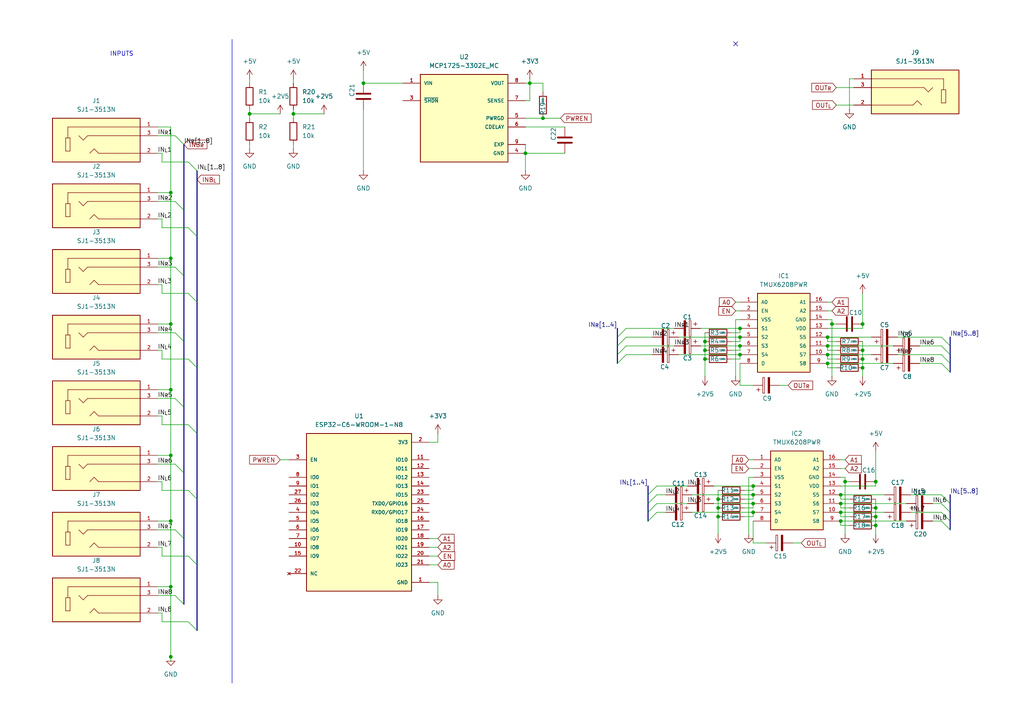
<source format=kicad_sch>
(kicad_sch (version 20250114) (generator "eeschema") (generator_version "9.0")
  (paper "A4")
  (text "INPUTS" (at 35.306 15.748 0) (effects (font (size 1.27 1.27))))
  (junction (at 243.84 146.05))
  (junction (at 218.44 148.59))
  (junction (at 243.84 148.59))
  (junction (at 157.48 34.29))
  (junction (at 72.39 33.02))
  (junction (at 240.03 105.41))
  (junction (at 208.28 144.78))
  (junction (at 214.63 97.79))
  (junction (at 152.4 44.45))
  (junction (at 204.47 99.06))
  (junction (at 49.53 93.98))
  (junction (at 49.53 113.03))
  (junction (at 214.63 95.25))
  (junction (at 240.03 97.79))
  (junction (at 254 147.32))
  (junction (at 250.19 106.68))
  (junction (at 245.11 139.7))
  (junction (at 49.53 190.5))
  (junction (at 243.84 151.13))
  (junction (at 49.53 132.08))
  (junction (at 241.3 93.98))
  (junction (at 49.53 55.88))
  (junction (at 250.19 93.98))
  (junction (at 85.09 33.02))
  (junction (at 214.63 102.87))
  (junction (at 240.03 102.87))
  (junction (at 254 139.7))
  (junction (at 218.44 143.51))
  (junction (at 49.53 170.18))
  (junction (at 153.67 24.13))
  (junction (at 105.41 24.13))
  (junction (at 254 152.4))
  (junction (at 204.47 104.14))
  (junction (at 49.53 74.93))
  (junction (at 243.84 143.51))
  (junction (at 214.63 100.33))
  (junction (at 250.19 104.14))
  (junction (at 218.44 146.05))
  (junction (at 204.47 101.6))
  (junction (at 49.53 151.13))
  (junction (at 250.19 101.6))
  (junction (at 240.03 100.33))
  (junction (at 218.44 140.97))
  (junction (at 208.28 147.32))
  (junction (at 208.28 149.86))
  (junction (at 254 149.86))
  (no_connect (at 213.36 12.7))
  (bus_entry (at 275.59 102.87) (size -2.54 -2.54))
  (bus_entry (at 275.59 151.13) (size -2.54 -2.54))
  (bus_entry (at 57.15 163.83) (size -2.54 -2.54))
  (bus_entry (at 53.34 41.91) (size -2.54 -2.54))
  (bus_entry (at 275.59 146.05) (size -2.54 -2.54))
  (bus_entry (at 187.96 143.51) (size 2.54 -2.54))
  (bus_entry (at 57.15 87.63) (size -2.54 -2.54))
  (bus_entry (at 187.96 146.05) (size 2.54 -2.54))
  (bus_entry (at 53.34 99.06) (size -2.54 -2.54))
  (bus_entry (at 57.15 125.73) (size -2.54 -2.54))
  (bus_entry (at 275.59 107.95) (size -2.54 -2.54))
  (bus_entry (at 179.07 102.87) (size 2.54 -2.54))
  (bus_entry (at 187.96 148.59) (size 2.54 -2.54))
  (bus_entry (at 275.59 100.33) (size -2.54 -2.54))
  (bus_entry (at 179.07 105.41) (size 2.54 -2.54))
  (bus_entry (at 53.34 137.16) (size -2.54 -2.54))
  (bus_entry (at 57.15 106.68) (size -2.54 -2.54))
  (bus_entry (at 57.15 144.78) (size -2.54 -2.54))
  (bus_entry (at 53.34 156.21) (size -2.54 -2.54))
  (bus_entry (at 53.34 80.01) (size -2.54 -2.54))
  (bus_entry (at 53.34 118.11) (size -2.54 -2.54))
  (bus_entry (at 53.34 60.96) (size -2.54 -2.54))
  (bus_entry (at 57.15 49.53) (size -2.54 -2.54))
  (bus_entry (at 57.15 68.58) (size -2.54 -2.54))
  (bus_entry (at 57.15 182.88) (size -2.54 -2.54))
  (bus_entry (at 275.59 105.41) (size -2.54 -2.54))
  (bus_entry (at 187.96 151.13) (size 2.54 -2.54))
  (bus_entry (at 179.07 97.79) (size 2.54 -2.54))
  (bus_entry (at 53.34 175.26) (size -2.54 -2.54))
  (bus_entry (at 275.59 153.67) (size -2.54 -2.54))
  (bus_entry (at 275.59 148.59) (size -2.54 -2.54))
  (bus_entry (at 179.07 100.33) (size 2.54 -2.54))
  (wire (pts (xy 229.87 157.48) (xy 232.41 157.48)))
  (wire (pts (xy 243.84 151.13) (xy 262.89 151.13)))
  (wire (pts (xy 242.57 106.68) (xy 240.03 106.68)))
  (bus (pts (xy 187.96 148.59) (xy 187.96 151.13)))
  (wire (pts (xy 203.2 95.25) (xy 214.63 95.25)))
  (wire (pts (xy 49.53 151.13) (xy 49.53 170.18)))
  (wire (pts (xy 214.63 104.14) (xy 214.63 102.87)))
  (wire (pts (xy 45.72 101.6) (xy 46.99 101.6)))
  (wire (pts (xy 127 128.27) (xy 127 125.73)))
  (wire (pts (xy 49.53 190.5) (xy 49.53 191.77)))
  (wire (pts (xy 243.84 152.4) (xy 243.84 151.13)))
  (wire (pts (xy 45.72 113.03) (xy 49.53 113.03)))
  (wire (pts (xy 45.72 74.93) (xy 49.53 74.93)))
  (wire (pts (xy 266.7 105.41) (xy 273.05 105.41)))
  (wire (pts (xy 264.16 143.51) (xy 273.05 143.51)))
  (wire (pts (xy 46.99 46.99) (xy 54.61 46.99)))
  (wire (pts (xy 217.17 135.89) (xy 218.44 135.89)))
  (wire (pts (xy 105.41 31.75) (xy 105.41 49.53)))
  (wire (pts (xy 246.38 149.86) (xy 243.84 149.86)))
  (wire (pts (xy 212.09 101.6) (xy 214.63 101.6)))
  (wire (pts (xy 218.44 149.86) (xy 218.44 148.59)))
  (wire (pts (xy 243.84 144.78) (xy 243.84 143.51)))
  (wire (pts (xy 49.53 36.83) (xy 49.53 55.88)))
  (wire (pts (xy 46.99 158.75) (xy 46.99 161.29)))
  (bus (pts (xy 53.34 137.16) (xy 53.34 156.21)))
  (wire (pts (xy 45.72 132.08) (xy 49.53 132.08)))
  (wire (pts (xy 215.9 149.86) (xy 218.44 149.86)))
  (wire (pts (xy 190.5 143.51) (xy 193.04 143.51)))
  (wire (pts (xy 181.61 97.79) (xy 189.23 97.79)))
  (wire (pts (xy 254 152.4) (xy 254 154.94)))
  (wire (pts (xy 152.4 44.45) (xy 163.83 44.45)))
  (bus (pts (xy 275.59 148.59) (xy 275.59 151.13)))
  (wire (pts (xy 153.67 24.13) (xy 153.67 29.21)))
  (wire (pts (xy 190.5 140.97) (xy 199.39 140.97)))
  (wire (pts (xy 152.4 41.91) (xy 152.4 44.45)))
  (wire (pts (xy 45.72 93.98) (xy 49.53 93.98)))
  (wire (pts (xy 208.28 142.24) (xy 208.28 144.78)))
  (wire (pts (xy 246.38 152.4) (xy 243.84 152.4)))
  (wire (pts (xy 243.84 135.89) (xy 245.11 135.89)))
  (wire (pts (xy 218.44 151.13) (xy 218.44 157.48)))
  (wire (pts (xy 241.3 92.71) (xy 241.3 93.98)))
  (wire (pts (xy 45.72 96.52) (xy 50.8 96.52)))
  (wire (pts (xy 46.99 139.7) (xy 46.99 142.24)))
  (wire (pts (xy 124.46 168.91) (xy 127 168.91)))
  (wire (pts (xy 85.09 31.75) (xy 85.09 33.02)))
  (wire (pts (xy 46.99 104.14) (xy 54.61 104.14)))
  (wire (pts (xy 72.39 33.02) (xy 81.28 33.02)))
  (wire (pts (xy 45.72 82.55) (xy 46.99 82.55)))
  (wire (pts (xy 45.72 134.62) (xy 50.8 134.62)))
  (wire (pts (xy 242.57 25.4) (xy 247.65 25.4)))
  (wire (pts (xy 243.84 147.32) (xy 243.84 146.05)))
  (polyline (pts (xy 67.31 11.43) (xy 67.31 198.12)))
  (wire (pts (xy 260.35 97.79) (xy 273.05 97.79)))
  (wire (pts (xy 190.5 148.59) (xy 193.04 148.59)))
  (wire (pts (xy 247.65 22.86) (xy 246.38 22.86)))
  (wire (pts (xy 218.44 144.78) (xy 218.44 143.51)))
  (bus (pts (xy 179.07 95.25) (xy 179.07 97.79)))
  (bus (pts (xy 53.34 118.11) (xy 53.34 137.16)))
  (wire (pts (xy 218.44 157.48) (xy 222.25 157.48)))
  (wire (pts (xy 49.53 93.98) (xy 49.53 113.03)))
  (wire (pts (xy 72.39 41.91) (xy 72.39 43.18)))
  (wire (pts (xy 45.72 120.65) (xy 46.99 120.65)))
  (wire (pts (xy 270.51 151.13) (xy 273.05 151.13)))
  (wire (pts (xy 243.84 143.51) (xy 256.54 143.51)))
  (wire (pts (xy 46.99 177.8) (xy 46.99 180.34)))
  (wire (pts (xy 270.51 146.05) (xy 273.05 146.05)))
  (bus (pts (xy 53.34 60.96) (xy 53.34 80.01)))
  (wire (pts (xy 49.53 55.88) (xy 49.53 74.93)))
  (wire (pts (xy 157.48 26.67) (xy 157.48 24.13)))
  (wire (pts (xy 250.19 101.6) (xy 250.19 104.14)))
  (bus (pts (xy 187.96 146.05) (xy 187.96 148.59)))
  (wire (pts (xy 250.19 106.68) (xy 250.19 109.22)))
  (wire (pts (xy 214.63 96.52) (xy 214.63 95.25)))
  (bus (pts (xy 179.07 100.33) (xy 179.07 102.87)))
  (bus (pts (xy 53.34 80.01) (xy 53.34 99.06)))
  (wire (pts (xy 254 140.97) (xy 254 139.7)))
  (bus (pts (xy 57.15 49.53) (xy 57.15 68.58)))
  (wire (pts (xy 45.72 158.75) (xy 46.99 158.75)))
  (wire (pts (xy 215.9 144.78) (xy 218.44 144.78)))
  (bus (pts (xy 57.15 125.73) (xy 57.15 144.78)))
  (wire (pts (xy 46.99 142.24) (xy 54.61 142.24)))
  (wire (pts (xy 152.4 44.45) (xy 152.4 49.53)))
  (wire (pts (xy 85.09 22.86) (xy 85.09 24.13)))
  (wire (pts (xy 242.57 104.14) (xy 240.03 104.14)))
  (wire (pts (xy 246.38 147.32) (xy 243.84 147.32)))
  (wire (pts (xy 45.72 36.83) (xy 49.53 36.83)))
  (wire (pts (xy 105.41 24.13) (xy 116.84 24.13)))
  (wire (pts (xy 264.16 148.59) (xy 273.05 148.59)))
  (wire (pts (xy 241.3 93.98) (xy 241.3 109.22)))
  (wire (pts (xy 266.7 100.33) (xy 273.05 100.33)))
  (wire (pts (xy 250.19 85.09) (xy 250.19 93.98)))
  (wire (pts (xy 217.17 138.43) (xy 217.17 154.94)))
  (wire (pts (xy 50.8 39.37) (xy 45.72 39.37)))
  (wire (pts (xy 72.39 33.02) (xy 72.39 34.29)))
  (wire (pts (xy 208.28 149.86) (xy 208.28 154.94)))
  (wire (pts (xy 243.84 148.59) (xy 256.54 148.59)))
  (wire (pts (xy 254 144.78) (xy 254 147.32)))
  (wire (pts (xy 254 130.81) (xy 254 139.7)))
  (wire (pts (xy 212.09 99.06) (xy 214.63 99.06)))
  (wire (pts (xy 152.4 36.83) (xy 163.83 36.83)))
  (wire (pts (xy 46.99 44.45) (xy 46.99 46.99)))
  (wire (pts (xy 243.84 133.35) (xy 245.11 133.35)))
  (wire (pts (xy 226.06 111.76) (xy 228.6 111.76)))
  (wire (pts (xy 254 149.86) (xy 254 152.4)))
  (bus (pts (xy 275.59 100.33) (xy 275.59 102.87)))
  (wire (pts (xy 245.11 139.7) (xy 246.38 139.7)))
  (wire (pts (xy 240.03 102.87) (xy 252.73 102.87)))
  (wire (pts (xy 85.09 41.91) (xy 85.09 43.18)))
  (wire (pts (xy 124.46 161.29) (xy 127 161.29)))
  (wire (pts (xy 153.67 22.86) (xy 153.67 24.13)))
  (wire (pts (xy 214.63 99.06) (xy 214.63 97.79)))
  (wire (pts (xy 49.53 113.03) (xy 49.53 132.08)))
  (wire (pts (xy 45.72 115.57) (xy 50.8 115.57)))
  (bus (pts (xy 179.07 102.87) (xy 179.07 105.41)))
  (wire (pts (xy 245.11 139.7) (xy 245.11 154.94)))
  (wire (pts (xy 250.19 99.06) (xy 250.19 101.6)))
  (wire (pts (xy 245.11 138.43) (xy 245.11 139.7)))
  (wire (pts (xy 46.99 101.6) (xy 46.99 104.14)))
  (wire (pts (xy 127 168.91) (xy 127 172.72)))
  (wire (pts (xy 203.2 100.33) (xy 214.63 100.33)))
  (wire (pts (xy 45.72 55.88) (xy 49.53 55.88)))
  (bus (pts (xy 275.59 146.05) (xy 275.59 148.59)))
  (wire (pts (xy 243.84 146.05) (xy 262.89 146.05)))
  (wire (pts (xy 213.36 87.63) (xy 214.63 87.63)))
  (wire (pts (xy 157.48 24.13) (xy 153.67 24.13)))
  (bus (pts (xy 187.96 140.97) (xy 187.96 143.51)))
  (wire (pts (xy 152.4 34.29) (xy 157.48 34.29)))
  (bus (pts (xy 53.34 99.06) (xy 53.34 118.11)))
  (wire (pts (xy 246.38 22.86) (xy 246.38 31.75)))
  (bus (pts (xy 179.07 97.79) (xy 179.07 100.33)))
  (wire (pts (xy 208.28 144.78) (xy 208.28 147.32)))
  (wire (pts (xy 190.5 146.05) (xy 199.39 146.05)))
  (wire (pts (xy 46.99 120.65) (xy 46.99 123.19)))
  (wire (pts (xy 214.63 92.71) (xy 213.36 92.71)))
  (bus (pts (xy 57.15 87.63) (xy 57.15 106.68)))
  (wire (pts (xy 250.19 104.14) (xy 250.19 106.68)))
  (wire (pts (xy 260.35 102.87) (xy 273.05 102.87)))
  (wire (pts (xy 207.01 140.97) (xy 218.44 140.97)))
  (wire (pts (xy 46.99 123.19) (xy 54.61 123.19)))
  (wire (pts (xy 243.84 140.97) (xy 254 140.97)))
  (wire (pts (xy 81.28 133.35) (xy 83.82 133.35)))
  (wire (pts (xy 204.47 96.52) (xy 204.47 99.06)))
  (wire (pts (xy 85.09 33.02) (xy 93.98 33.02)))
  (bus (pts (xy 57.15 106.68) (xy 57.15 125.73)))
  (wire (pts (xy 46.99 66.04) (xy 54.61 66.04)))
  (wire (pts (xy 85.09 33.02) (xy 85.09 34.29)))
  (wire (pts (xy 196.85 102.87) (xy 214.63 102.87)))
  (wire (pts (xy 208.28 147.32) (xy 208.28 149.86)))
  (wire (pts (xy 105.41 20.32) (xy 105.41 24.13)))
  (wire (pts (xy 214.63 101.6) (xy 214.63 100.33)))
  (wire (pts (xy 50.8 58.42) (xy 45.72 58.42)))
  (wire (pts (xy 204.47 101.6) (xy 204.47 104.14)))
  (wire (pts (xy 204.47 99.06) (xy 204.47 101.6)))
  (bus (pts (xy 57.15 144.78) (xy 57.15 163.83)))
  (wire (pts (xy 157.48 34.29) (xy 162.56 34.29)))
  (wire (pts (xy 207.01 146.05) (xy 218.44 146.05)))
  (wire (pts (xy 240.03 104.14) (xy 240.03 102.87)))
  (wire (pts (xy 200.66 143.51) (xy 218.44 143.51)))
  (wire (pts (xy 153.67 24.13) (xy 152.4 24.13)))
  (wire (pts (xy 218.44 147.32) (xy 218.44 146.05)))
  (wire (pts (xy 213.36 90.17) (xy 214.63 90.17)))
  (wire (pts (xy 124.46 158.75) (xy 127 158.75)))
  (bus (pts (xy 187.96 143.51) (xy 187.96 146.05)))
  (wire (pts (xy 243.84 149.86) (xy 243.84 148.59)))
  (wire (pts (xy 72.39 31.75) (xy 72.39 33.02)))
  (wire (pts (xy 124.46 163.83) (xy 127 163.83)))
  (wire (pts (xy 45.72 77.47) (xy 50.8 77.47)))
  (wire (pts (xy 240.03 100.33) (xy 259.08 100.33)))
  (wire (pts (xy 254 147.32) (xy 254 149.86)))
  (wire (pts (xy 204.47 104.14) (xy 204.47 109.22)))
  (wire (pts (xy 46.99 63.5) (xy 46.99 66.04)))
  (wire (pts (xy 124.46 156.21) (xy 127 156.21)))
  (wire (pts (xy 240.03 95.25) (xy 250.19 95.25)))
  (wire (pts (xy 200.66 148.59) (xy 218.44 148.59)))
  (wire (pts (xy 49.53 132.08) (xy 49.53 151.13)))
  (wire (pts (xy 243.84 138.43) (xy 245.11 138.43)))
  (wire (pts (xy 241.3 93.98) (xy 242.57 93.98)))
  (wire (pts (xy 240.03 87.63) (xy 241.3 87.63)))
  (wire (pts (xy 181.61 102.87) (xy 189.23 102.87)))
  (wire (pts (xy 45.72 139.7) (xy 46.99 139.7)))
  (wire (pts (xy 46.99 180.34) (xy 54.61 180.34)))
  (bus (pts (xy 53.34 41.91) (xy 53.34 60.96)))
  (wire (pts (xy 240.03 97.79) (xy 252.73 97.79)))
  (wire (pts (xy 217.17 133.35) (xy 218.44 133.35)))
  (wire (pts (xy 218.44 138.43) (xy 217.17 138.43)))
  (wire (pts (xy 218.44 142.24) (xy 218.44 140.97)))
  (wire (pts (xy 240.03 99.06) (xy 240.03 97.79)))
  (wire (pts (xy 242.57 99.06) (xy 240.03 99.06)))
  (bus (pts (xy 275.59 105.41) (xy 275.59 107.95)))
  (wire (pts (xy 240.03 92.71) (xy 241.3 92.71)))
  (wire (pts (xy 240.03 106.68) (xy 240.03 105.41)))
  (wire (pts (xy 215.9 142.24) (xy 218.44 142.24)))
  (wire (pts (xy 49.53 170.18) (xy 49.53 190.5)))
  (wire (pts (xy 46.99 44.45) (xy 45.72 44.45)))
  (wire (pts (xy 46.99 85.09) (xy 54.61 85.09)))
  (wire (pts (xy 45.72 177.8) (xy 46.99 177.8)))
  (wire (pts (xy 214.63 105.41) (xy 214.63 111.76)))
  (wire (pts (xy 196.85 97.79) (xy 214.63 97.79)))
  (wire (pts (xy 153.67 29.21) (xy 152.4 29.21)))
  (wire (pts (xy 45.72 170.18) (xy 49.53 170.18)))
  (bus (pts (xy 57.15 163.83) (xy 57.15 182.88)))
  (bus (pts (xy 275.59 97.79) (xy 275.59 100.33)))
  (wire (pts (xy 240.03 101.6) (xy 240.03 100.33)))
  (bus (pts (xy 57.15 68.58) (xy 57.15 87.63)))
  (bus (pts (xy 275.59 102.87) (xy 275.59 105.41)))
  (wire (pts (xy 46.99 161.29) (xy 54.61 161.29)))
  (wire (pts (xy 215.9 147.32) (xy 218.44 147.32)))
  (wire (pts (xy 240.03 105.41) (xy 259.08 105.41)))
  (wire (pts (xy 72.39 22.86) (xy 72.39 24.13)))
  (wire (pts (xy 49.53 74.93) (xy 49.53 93.98)))
  (wire (pts (xy 45.72 63.5) (xy 46.99 63.5)))
  (bus (pts (xy 275.59 143.51) (xy 275.59 146.05)))
  (bus (pts (xy 53.34 156.21) (xy 53.34 175.26)))
  (bus (pts (xy 275.59 151.13) (xy 275.59 153.67)))
  (wire (pts (xy 181.61 100.33) (xy 195.58 100.33)))
  (wire (pts (xy 181.61 95.25) (xy 195.58 95.25)))
  (wire (pts (xy 45.72 151.13) (xy 49.53 151.13)))
  (wire (pts (xy 46.99 82.55) (xy 46.99 85.09)))
  (wire (pts (xy 45.72 153.67) (xy 50.8 153.67)))
  (wire (pts (xy 250.19 95.25) (xy 250.19 93.98)))
  (wire (pts (xy 212.09 96.52) (xy 214.63 96.52)))
  (wire (pts (xy 213.36 92.71) (xy 213.36 109.22)))
  (wire (pts (xy 242.57 30.48) (xy 247.65 30.48)))
  (wire (pts (xy 45.72 172.72) (xy 50.8 172.72)))
  (wire (pts (xy 212.09 104.14) (xy 214.63 104.14)))
  (wire (pts (xy 124.46 128.27) (xy 127 128.27)))
  (wire (pts (xy 240.03 90.17) (xy 241.3 90.17)))
  (wire (pts (xy 214.63 111.76) (xy 218.44 111.76)))
  (wire (pts (xy 246.38 144.78) (xy 243.84 144.78)))
  (wire (pts (xy 242.57 101.6) (xy 240.03 101.6)))
  (label "IN_{L}6" (at 270.51 146.05 0))
  (label "IN_{R}7" (at 260.35 102.87 0))
  (label "IN_{L}8" (at 45.72 177.8 0))
  (label "IN_{L}1" (at 45.72 44.45 0))
  (label "IN_{L}2" (at 193.04 143.51 0))
  (label "IN_{R}6" (at 45.72 134.62 0))
  (label "IN_{R}8" (at 45.72 172.72 0))
  (label "IN_{R}1" (at 195.58 95.25 0))
  (label "IN_{L}4" (at 45.72 101.6 0))
  (label "IN_{R}1" (at 45.72 39.37 0))
  (label "IN_{L}[1..4]" (at 187.96 140.97 180))
  (label "IN_{L}[5..8]" (at 275.59 143.51 0))
  (label "IN_{L}1" (at 199.39 140.97 0))
  (label "IN_{L}8" (at 270.51 151.13 0))
  (label "IN_{L}5" (at 264.16 143.51 0))
  (label "IN_{R}3" (at 45.72 77.47 0))
  (label "IN_{L}3" (at 45.72 82.55 0))
  (label "IN_{L}2" (at 45.72 63.5 0))
  (label "IN_{R}[1..8]" (at 53.34 41.91 0))
  (label "IN_{R}[5..8]" (at 275.59 97.79 0))
  (label "IN_{R}3" (at 195.58 100.33 0))
  (label "IN_{R}[1..4]" (at 179.07 95.25 180))
  (label "IN_{R}7" (at 45.72 153.67 0))
  (label "IN_{R}4" (at 189.23 102.87 0))
  (label "IN_{R}5" (at 260.35 97.79 0))
  (label "IN_{L}[1..8]" (at 57.15 49.53 0))
  (label "IN_{R}5" (at 45.72 115.57 0))
  (label "IN_{L}5" (at 45.72 120.65 0))
  (label "IN_{R}2" (at 189.23 97.79 0))
  (label "IN_{L}3" (at 199.39 146.05 0))
  (label "IN_{R}8" (at 266.7 105.41 0))
  (label "IN_{L}7" (at 264.16 148.59 0))
  (label "IN_{L}4" (at 193.04 148.59 0))
  (label "IN_{R}6" (at 266.7 100.33 0))
  (label "IN_{R}2" (at 45.72 58.42 0))
  (label "IN_{R}4" (at 45.72 96.52 0))
  (label "IN_{L}6" (at 45.72 139.7 0))
  (label "IN_{L}7" (at 45.72 158.75 0))
  (global_label "OUT_{L}" (shape input) (at 232.41 157.48 0) (property "Intersheetrefs" "${INTERSHEET_REFS}" (effects (hide yes))))
  (global_label "A1" (shape input) (at 245.11 133.35 0) (property "Intersheetrefs" "${INTERSHEET_REFS}" (effects (hide yes))))
  (global_label "OUT_{L}" (shape input) (at 242.57 30.48 180) (property "Intersheetrefs" "${INTERSHEET_REFS}" (effects (hide yes))))
  (global_label "A1" (shape input) (at 127 156.21 0) (property "Intersheetrefs" "${INTERSHEET_REFS}" (effects (hide yes))))
  (global_label "A1" (shape input) (at 241.3 87.63 0) (property "Intersheetrefs" "${INTERSHEET_REFS}" (effects (hide yes))))
  (global_label "A0" (shape input) (at 213.36 87.63 180) (property "Intersheetrefs" "${INTERSHEET_REFS}" (effects (hide yes))))
  (global_label "EN" (shape input) (at 217.17 135.89 180) (property "Intersheetrefs" "${INTERSHEET_REFS}" (effects (hide yes))))
  (global_label "A2" (shape input) (at 127 158.75 0) (property "Intersheetrefs" "${INTERSHEET_REFS}" (effects (hide yes))))
  (global_label "A0" (shape input) (at 127 163.83 0) (property "Intersheetrefs" "${INTERSHEET_REFS}" (effects (hide yes))))
  (global_label "EN" (shape input) (at 213.36 90.17 180) (property "Intersheetrefs" "${INTERSHEET_REFS}" (effects (hide yes))))
  (global_label "A2" (shape input) (at 245.11 135.89 0) (property "Intersheetrefs" "${INTERSHEET_REFS}" (effects (hide yes))))
  (global_label "EN" (shape input) (at 127 161.29 0) (property "Intersheetrefs" "${INTERSHEET_REFS}" (effects (hide yes))))
  (global_label "A0" (shape input) (at 217.17 133.35 180) (property "Intersheetrefs" "${INTERSHEET_REFS}" (effects (hide yes))))
  (global_label "INB_{L}" (shape input) (at 57.15 52.07 0) (property "Intersheetrefs" "${INTERSHEET_REFS}" (effects (hide yes))))
  (global_label "OUT_{R}" (shape input) (at 228.6 111.76 0) (property "Intersheetrefs" "${INTERSHEET_REFS}" (effects (hide yes))))
  (global_label "PWREN" (shape input) (at 162.56 34.29 0) (property "Intersheetrefs" "${INTERSHEET_REFS}" (effects (hide yes))))
  (global_label "INB_{R}" (shape input) (at 53.34 41.91 0) (property "Intersheetrefs" "${INTERSHEET_REFS}" (effects (hide yes))))
  (global_label "A2" (shape input) (at 241.3 90.17 0) (property "Intersheetrefs" "${INTERSHEET_REFS}" (effects (hide yes))))
  (global_label "OUT_{R}" (shape input) (at 242.57 25.4 180) (property "Intersheetrefs" "${INTERSHEET_REFS}" (effects (hide yes))))
  (global_label "PWREN" (shape input) (at 81.28 133.35 180) (property "Intersheetrefs" "${INTERSHEET_REFS}" (effects (hide yes))))
  (symbol (lib_id "Device:R") (at 72.39 38.1 0) (unit 1)
    (property "Reference" "R2" (at 74.93 36.8299 0) (effects (justify left)))
    (property "Value" "10k" (at 74.93 39.3699 0) (effects (justify left)))
    (property "Footprint" "Resistor_SMD:R_0805_2012Metric" (effects (hide yes)))
    (property "Description" "Resistor" (effects (hide yes)))
  )
  (symbol (lib_id "Device:C_Polarized") (at 266.7 151.13 90) (unit 1)
    (property "Reference" "C20" (at 266.954 154.94 90))
    (property "Value" "4.7µF" (effects (hide yes)))
    (property "Footprint" "clibs:CAPAE430X565N" (effects (hide yes)))
    (property "Description" "Polarized capacitor" (effects (hide yes)))
  )
  (symbol (lib_id "SJ1-3513N:SJ1-3513N") (at 27.94 172.72 0) (unit 1)
    (property "Reference" "J8" (at 27.94 162.56 0))
    (property "Value" "SJ1-3513N" (at 27.94 165.1 0))
    (property "Footprint" "SJ1-3513N:CUI_SJ1-3513N" (effects (hide yes)))
    (property "MF" "Same Sky" (effects (hide yes)))
    (property "Description_1" "3.5 mm, Stereo, Right Angle, Through Hole, 3 Conductors, 0 Internal Switches, Audio Jack Connector" (effects (hide yes)))
    (property "Package" "None" (effects (hide yes)))
    (property "Price" "None" (effects (hide yes)))
    (property "Check_prices" "https://www.snapeda.com/parts/SJ1-3513N/Same+Sky/view-part/?ref=eda" (effects (hide yes)))
    (property "STANDARD" "Manufacturer recommendation" (effects (hide yes)))
    (property "PARTREV" "1.02" (effects (hide yes)))
    (property "SnapEDA_Link" "https://www.snapeda.com/parts/SJ1-3513N/Same+Sky/view-part/?ref=snap" (effects (hide yes)))
    (property "MP" "SJ1-3513N" (effects (hide yes)))
    (property "Purchase-URL" "https://www.snapeda.com/api/url_track_click_mouser/?unipart_id=617507&manufacturer=Same Sky&part_name=SJ1-3513N&search_term=sj1-3513n" (effects (hide yes)))
    (property "Availability" "In Stock" (effects (hide yes)))
    (property "MANUFACTURER" "CUI" (effects (hide yes)))
  )
  (symbol (lib_id "power:+2V5") (at 81.28 33.02 0) (unit 1)
    (property "Reference" "#PWR04" (effects (hide yes)))
    (property "Value" "+2V5" (at 81.28 27.94 0))
    (property "Description" "Power symbol creates a global label with name \"+2V5\"" (effects (hide yes)))
  )
  (symbol (lib_id "power:+2V5") (at 93.98 33.02 0) (unit 1)
    (property "Reference" "#PWR024" (effects (hide yes)))
    (property "Value" "+2V5" (at 93.98 27.94 0))
    (property "Description" "Power symbol creates a global label with name \"+2V5\"" (effects (hide yes)))
  )
  (symbol (lib_id "Device:R") (at 72.39 27.94 0) (unit 1)
    (property "Reference" "R1" (at 74.93 26.6699 0) (effects (justify left)))
    (property "Value" "10k" (at 74.93 29.2099 0) (effects (justify left)))
    (property "Footprint" "Resistor_SMD:R_0805_2012Metric" (effects (hide yes)))
    (property "Description" "Resistor" (effects (hide yes)))
  )
  (symbol (lib_id "Device:R") (at 212.09 149.86 90) (unit 1)
    (property "Reference" "R14" (at 211.074 149.86 90))
    (property "Value" "100k" (at 213.36 149.86 90) (effects (font (size 0.508 0.508))))
    (property "Footprint" "Resistor_SMD:R_0805_2012Metric" (effects (hide yes)))
    (property "Description" "Resistor" (effects (hide yes)))
  )
  (symbol (lib_id "power:+5V") (at 105.41 20.32 0) (unit 1)
    (property "Reference" "#PWR015" (effects (hide yes)))
    (property "Value" "+5V" (at 105.41 15.24 0))
    (property "Description" "Power symbol creates a global label with name \"+5V\"" (effects (hide yes)))
  )
  (symbol (lib_id "SJ1-3513N:SJ1-3513N") (at 265.43 25.4 0) (mirror y) (unit 1)
    (property "Reference" "J9" (at 265.43 15.24 0))
    (property "Value" "SJ1-3513N" (at 265.43 17.78 0))
    (property "Footprint" "SJ1-3513N:CUI_SJ1-3513N" (effects (hide yes)))
    (property "MF" "Same Sky" (effects (hide yes)))
    (property "Description_1" "3.5 mm, Stereo, Right Angle, Through Hole, 3 Conductors, 0 Internal Switches, Audio Jack Connector" (effects (hide yes)))
    (property "Package" "None" (effects (hide yes)))
    (property "Price" "None" (effects (hide yes)))
    (property "Check_prices" "https://www.snapeda.com/parts/SJ1-3513N/Same+Sky/view-part/?ref=eda" (effects (hide yes)))
    (property "STANDARD" "Manufacturer recommendation" (effects (hide yes)))
    (property "PARTREV" "1.02" (effects (hide yes)))
    (property "SnapEDA_Link" "https://www.snapeda.com/parts/SJ1-3513N/Same+Sky/view-part/?ref=snap" (effects (hide yes)))
    (property "MP" "SJ1-3513N" (effects (hide yes)))
    (property "Purchase-URL" "https://www.snapeda.com/api/url_track_click_mouser/?unipart_id=617507&manufacturer=Same Sky&part_name=SJ1-3513N&search_term=sj1-3513n" (effects (hide yes)))
    (property "Availability" "In Stock" (effects (hide yes)))
    (property "MANUFACTURER" "CUI" (effects (hide yes)))
  )
  (symbol (lib_id "Device:C_Polarized") (at 262.89 100.33 90) (unit 1)
    (property "Reference" "C6" (at 262.89 97.028 90))
    (property "Value" "4.7µF" (effects (hide yes)))
    (property "Footprint" "clibs:CAPAE430X565N" (effects (hide yes)))
    (property "Description" "Polarized capacitor" (effects (hide yes)))
  )
  (symbol (lib_id "Device:R") (at 208.28 101.6 90) (unit 1)
    (property "Reference" "R5" (at 207.264 101.6 90))
    (property "Value" "100k" (at 209.55 101.6 90) (effects (font (size 0.508 0.508))))
    (property "Footprint" "Resistor_SMD:R_0805_2012Metric" (effects (hide yes)))
    (property "Description" "Resistor" (effects (hide yes)))
  )
  (symbol (lib_id "SJ1-3513N:SJ1-3513N") (at 27.94 77.47 0) (unit 1)
    (property "Reference" "J3" (at 27.94 67.31 0))
    (property "Value" "SJ1-3513N" (at 27.94 69.85 0))
    (property "Footprint" "SJ1-3513N:CUI_SJ1-3513N" (effects (hide yes)))
    (property "MF" "Same Sky" (effects (hide yes)))
    (property "Description_1" "3.5 mm, Stereo, Right Angle, Through Hole, 3 Conductors, 0 Internal Switches, Audio Jack Connector" (effects (hide yes)))
    (property "Package" "None" (effects (hide yes)))
    (property "Price" "None" (effects (hide yes)))
    (property "Check_prices" "https://www.snapeda.com/parts/SJ1-3513N/Same+Sky/view-part/?ref=eda" (effects (hide yes)))
    (property "STANDARD" "Manufacturer recommendation" (effects (hide yes)))
    (property "PARTREV" "1.02" (effects (hide yes)))
    (property "SnapEDA_Link" "https://www.snapeda.com/parts/SJ1-3513N/Same+Sky/view-part/?ref=snap" (effects (hide yes)))
    (property "MP" "SJ1-3513N" (effects (hide yes)))
    (property "Purchase-URL" "https://www.snapeda.com/api/url_track_click_mouser/?unipart_id=617507&manufacturer=Same Sky&part_name=SJ1-3513N&search_term=sj1-3513n" (effects (hide yes)))
    (property "Availability" "In Stock" (effects (hide yes)))
    (property "MANUFACTURER" "CUI" (effects (hide yes)))
  )
  (symbol (lib_id "power:GND") (at 246.38 31.75 0) (unit 1)
    (property "Reference" "#PWR021" (effects (hide yes)))
    (property "Value" "GND" (at 246.38 36.83 0))
    (property "Description" "Power symbol creates a global label with name \"GND\" , ground" (effects (hide yes)))
  )
  (symbol (lib_id "Device:C_Polarized") (at 256.54 97.79 90) (unit 1)
    (property "Reference" "C5" (at 256.54 94.234 90))
    (property "Value" "4.7µF" (effects (hide yes)))
    (property "Footprint" "clibs:CAPAE430X565N" (effects (hide yes)))
    (property "Description" "Polarized capacitor" (effects (hide yes)))
  )
  (symbol (lib_id "power:+2V5") (at 250.19 109.22 180) (unit 1)
    (property "Reference" "#PWR08" (effects (hide yes)))
    (property "Value" "+2V5" (at 250.19 114.3 0))
    (property "Description" "Power symbol creates a global label with name \"+2V5\"" (effects (hide yes)))
  )
  (symbol (lib_id "Device:R") (at 246.38 99.06 90) (unit 1)
    (property "Reference" "R7" (at 245.364 99.06 90))
    (property "Value" "100k" (at 247.65 99.06 90) (effects (font (size 0.508 0.508))))
    (property "Footprint" "Resistor_SMD:R_0805_2012Metric" (effects (hide yes)))
    (property "Description" "Resistor" (effects (hide yes)))
  )
  (symbol (lib_id "power:+5V") (at 254 130.81 0) (unit 1)
    (property "Reference" "#PWR013" (effects (hide yes)))
    (property "Value" "+5V" (at 254 125.73 0))
    (property "Description" "Power symbol creates a global label with name \"+5V\"" (effects (hide yes)))
  )
  (symbol (lib_id "SJ1-3513N:SJ1-3513N") (at 27.94 58.42 0) (unit 1)
    (property "Reference" "J2" (at 27.94 48.26 0))
    (property "Value" "SJ1-3513N" (at 27.94 50.8 0))
    (property "Footprint" "SJ1-3513N:CUI_SJ1-3513N" (effects (hide yes)))
    (property "MF" "Same Sky" (effects (hide yes)))
    (property "Description_1" "3.5 mm, Stereo, Right Angle, Through Hole, 3 Conductors, 0 Internal Switches, Audio Jack Connector" (effects (hide yes)))
    (property "Package" "None" (effects (hide yes)))
    (property "Price" "None" (effects (hide yes)))
    (property "Check_prices" "https://www.snapeda.com/parts/SJ1-3513N/Same+Sky/view-part/?ref=eda" (effects (hide yes)))
    (property "STANDARD" "Manufacturer recommendation" (effects (hide yes)))
    (property "PARTREV" "1.02" (effects (hide yes)))
    (property "SnapEDA_Link" "https://www.snapeda.com/parts/SJ1-3513N/Same+Sky/view-part/?ref=snap" (effects (hide yes)))
    (property "MP" "SJ1-3513N" (effects (hide yes)))
    (property "Purchase-URL" "https://www.snapeda.com/api/url_track_click_mouser/?unipart_id=617507&manufacturer=Same Sky&part_name=SJ1-3513N&search_term=sj1-3513n" (effects (hide yes)))
    (property "Availability" "In Stock" (effects (hide yes)))
    (property "MANUFACTURER" "CUI" (effects (hide yes)))
  )
  (symbol (lib_id "Device:C") (at 163.83 40.64 180) (unit 1)
    (property "Reference" "C22" (at 160.528 38.862 90))
    (property "Value" "1000pF" (effects (hide yes)))
    (property "Footprint" "Capacitor_SMD:C_0805_2012Metric" (effects (hide yes)))
    (property "Description" "Unpolarized capacitor" (effects (hide yes)))
  )
  (symbol (lib_id "Device:R") (at 246.38 101.6 90) (unit 1)
    (property "Reference" "R8" (at 245.364 101.6 90))
    (property "Value" "100k" (at 247.65 101.6 90) (effects (font (size 0.508 0.508))))
    (property "Footprint" "Resistor_SMD:R_0805_2012Metric" (effects (hide yes)))
    (property "Description" "Resistor" (effects (hide yes)))
  )
  (symbol (lib_id "power:+3V3") (at 127 125.73 0) (unit 1)
    (property "Reference" "#PWR020" (effects (hide yes)))
    (property "Value" "+3V3" (at 127 120.65 0))
    (property "Description" "Power symbol creates a global label with name \"+3V3\"" (effects (hide yes)))
  )
  (symbol (lib_id "power:GND") (at 245.11 154.94 0) (unit 1)
    (property "Reference" "#PWR012" (effects (hide yes)))
    (property "Value" "GND" (at 245.11 160.02 0))
    (property "Description" "Power symbol creates a global label with name \"GND\" , ground" (effects (hide yes)))
  )
  (symbol (lib_id "ESP32-C6-WROOM-1-N8:ESP32-C6-WROOM-1-N8") (at 104.14 148.59 0) (unit 1)
    (property "Reference" "U1" (at 104.14 120.65 0))
    (property "Value" "ESP32-C6-WROOM-1-N8" (at 104.14 123.19 0))
    (property "Footprint" "ESP32-C6-WROOM-1-N8:XCVR_ESP32-C6-WROOM-1-N8" (effects (hide yes)))
    (property "MF" "Espressif Systems" (effects (hide yes)))
    (property "MAXIMUM_PACKAGE_HEIGHT" "3.25mm" (effects (hide yes)))
    (property "Package" "SMD-28 Espressif Systems" (effects (hide yes)))
    (property "Price" "None" (effects (hide yes)))
    (property "Check_prices" "https://www.snapeda.com/parts/ESP32-C6-WROOM-1-N8/Espressif+Systems/view-part/?ref=eda" (effects (hide yes)))
    (property "STANDARD" "Manufacturer Recommendations" (effects (hide yes)))
    (property "PARTREV" "1.0" (effects (hide yes)))
    (property "SnapEDA_Link" "https://www.snapeda.com/parts/ESP32-C6-WROOM-1-N8/Espressif+Systems/view-part/?ref=snap" (effects (hide yes)))
    (property "MP" "ESP32-C6-WROOM-1-N8" (effects (hide yes)))
    (property "Purchase-URL" "https://www.snapeda.com/api/url_track_click_mouser/?unipart_id=12616380&manufacturer=Espressif Systems&part_name=ESP32-C6-WROOM-1-N8&search_term=esp32 c6 wroom 1" (effects (hide yes)))
    (property "Description_1" "Multiprotocol Modules ESP32-C6 module, Wi-Fi 6 in 2.4 GHz band, Bluetooth 5, Zigbee 3.0 and Thread. ESP34-WROOM Compatible - ENGINEERING SAMPLE" (effects (hide yes)))
    (property "Availability" "In Stock" (effects (hide yes)))
    (property "MANUFACTURER" "Espressif Systems" (effects (hide yes)))
  )
  (symbol (lib_id "power:GND") (at 72.39 43.18 0) (unit 1)
    (property "Reference" "#PWR03" (effects (hide yes)))
    (property "Value" "GND" (at 72.39 48.26 0))
    (property "Description" "Power symbol creates a global label with name \"GND\" , ground" (effects (hide yes)))
  )
  (symbol (lib_id "Device:R") (at 250.19 149.86 90) (unit 1)
    (property "Reference" "R17" (at 249.174 149.86 90))
    (property "Value" "100k" (at 251.46 149.86 90) (effects (font (size 0.508 0.508))))
    (property "Footprint" "Resistor_SMD:R_0805_2012Metric" (effects (hide yes)))
    (property "Description" "Resistor" (effects (hide yes)))
  )
  (symbol (lib_id "power:+5V") (at 250.19 85.09 0) (unit 1)
    (property "Reference" "#PWR09" (effects (hide yes)))
    (property "Value" "+5V" (at 250.19 80.01 0))
    (property "Description" "Power symbol creates a global label with name \"+5V\"" (effects (hide yes)))
  )
  (symbol (lib_id "Device:C") (at 250.19 139.7 90) (unit 1)
    (property "Reference" "C16" (at 251.968 136.398 90))
    (property "Value" "4.7µF" (effects (hide yes)))
    (property "Footprint" "Capacitor_SMD:C_0805_2012Metric" (effects (hide yes)))
    (property "Description" "Unpolarized capacitor" (effects (hide yes)))
  )
  (symbol (lib_id "Device:C_Polarized") (at 196.85 148.59 270) (unit 1)
    (property "Reference" "C12" (at 196.596 152.146 90))
    (property "Value" "4.7µF" (effects (hide yes)))
    (property "Footprint" "clibs:CAPAE430X565N" (effects (hide yes)))
    (property "Description" "Polarized capacitor" (effects (hide yes)))
  )
  (symbol (lib_id "SJ1-3513N:SJ1-3513N") (at 27.94 115.57 0) (unit 1)
    (property "Reference" "J5" (at 27.94 105.41 0))
    (property "Value" "SJ1-3513N" (at 27.94 107.95 0))
    (property "Footprint" "SJ1-3513N:CUI_SJ1-3513N" (effects (hide yes)))
    (property "MF" "Same Sky" (effects (hide yes)))
    (property "Description_1" "3.5 mm, Stereo, Right Angle, Through Hole, 3 Conductors, 0 Internal Switches, Audio Jack Connector" (effects (hide yes)))
    (property "Package" "None" (effects (hide yes)))
    (property "Price" "None" (effects (hide yes)))
    (property "Check_prices" "https://www.snapeda.com/parts/SJ1-3513N/Same+Sky/view-part/?ref=eda" (effects (hide yes)))
    (property "STANDARD" "Manufacturer recommendation" (effects (hide yes)))
    (property "PARTREV" "1.02" (effects (hide yes)))
    (property "SnapEDA_Link" "https://www.snapeda.com/parts/SJ1-3513N/Same+Sky/view-part/?ref=snap" (effects (hide yes)))
    (property "MP" "SJ1-3513N" (effects (hide yes)))
    (property "Purchase-URL" "https://www.snapeda.com/api/url_track_click_mouser/?unipart_id=617507&manufacturer=Same Sky&part_name=SJ1-3513N&search_term=sj1-3513n" (effects (hide yes)))
    (property "Availability" "In Stock" (effects (hide yes)))
    (property "MANUFACTURER" "CUI" (effects (hide yes)))
  )
  (symbol (lib_id "Device:R") (at 157.48 30.48 180) (unit 1)
    (property "Reference" "R19" (at 157.48 31.496 90))
    (property "Value" "100k" (at 157.48 29.21 90) (effects (font (size 0.508 0.508))))
    (property "Footprint" "Resistor_SMD:R_0805_2012Metric" (effects (hide yes)))
    (property "Description" "Resistor" (effects (hide yes)))
  )
  (symbol (lib_id "Device:C_Polarized") (at 193.04 97.79 270) (unit 1)
    (property "Reference" "C2" (at 193.04 94.488 90))
    (property "Value" "4.7µF" (effects (hide yes)))
    (property "Footprint" "clibs:CAPAE430X565N" (effects (hide yes)))
    (property "Description" "Polarized capacitor" (effects (hide yes)))
  )
  (symbol (lib_id "power:GND") (at 49.53 190.5 0) (unit 1)
    (property "Reference" "#PWR01" (effects (hide yes)))
    (property "Value" "GND" (at 49.53 195.58 0))
    (property "Description" "Power symbol creates a global label with name \"GND\" , ground" (effects (hide yes)))
  )
  (symbol (lib_id "power:+2V5") (at 254 154.94 180) (unit 1)
    (property "Reference" "#PWR014" (effects (hide yes)))
    (property "Value" "+2V5" (at 254 160.02 0))
    (property "Description" "Power symbol creates a global label with name \"+2V5\"" (effects (hide yes)))
  )
  (symbol (lib_id "Device:R") (at 250.19 152.4 90) (unit 1)
    (property "Reference" "R18" (at 249.174 152.4 90))
    (property "Value" "100k" (at 251.46 152.4 90) (effects (font (size 0.508 0.508))))
    (property "Footprint" "Resistor_SMD:R_0805_2012Metric" (effects (hide yes)))
    (property "Description" "Resistor" (effects (hide yes)))
  )
  (symbol (lib_id "power:+5V") (at 85.09 22.86 0) (unit 1)
    (property "Reference" "#PWR022" (effects (hide yes)))
    (property "Value" "+5V" (at 85.09 17.78 0))
    (property "Description" "Power symbol creates a global label with name \"+5V\"" (effects (hide yes)))
  )
  (symbol (lib_id "Device:R") (at 85.09 27.94 0) (unit 1)
    (property "Reference" "R20" (at 87.63 26.6699 0) (effects (justify left)))
    (property "Value" "10k" (at 87.63 29.2099 0) (effects (justify left)))
    (property "Footprint" "Resistor_SMD:R_0805_2012Metric" (effects (hide yes)))
    (property "Description" "Resistor" (effects (hide yes)))
  )
  (symbol (lib_id "Device:C_Polarized") (at 199.39 95.25 270) (unit 1)
    (property "Reference" "C1" (at 199.39 91.948 90))
    (property "Value" "4.7µF" (effects (hide yes)))
    (property "Footprint" "clibs:CAPAE430X565N" (effects (hide yes)))
    (property "Description" "Polarized capacitor" (effects (hide yes)))
  )
  (symbol (lib_id "Device:C_Polarized") (at 256.54 102.87 90) (unit 1)
    (property "Reference" "C7" (at 256.54 106.68 90))
    (property "Value" "4.7µF" (effects (hide yes)))
    (property "Footprint" "clibs:CAPAE430X565N" (effects (hide yes)))
    (property "Description" "Polarized capacitor" (effects (hide yes)))
  )
  (symbol (lib_id "Device:R") (at 208.28 99.06 90) (unit 1)
    (property "Reference" "R4" (at 207.264 99.06 90))
    (property "Value" "100k" (at 209.55 99.06 90) (effects (font (size 0.508 0.508))))
    (property "Footprint" "Resistor_SMD:R_0805_2012Metric" (effects (hide yes)))
    (property "Description" "Resistor" (effects (hide yes)))
  )
  (symbol (lib_id "Device:R") (at 85.09 38.1 0) (unit 1)
    (property "Reference" "R21" (at 87.63 36.8299 0) (effects (justify left)))
    (property "Value" "10k" (at 87.63 39.3699 0) (effects (justify left)))
    (property "Footprint" "Resistor_SMD:R_0805_2012Metric" (effects (hide yes)))
    (property "Description" "Resistor" (effects (hide yes)))
  )
  (symbol (lib_id "Device:C_Polarized") (at 262.89 105.41 90) (unit 1)
    (property "Reference" "C8" (at 263.144 109.22 90))
    (property "Value" "4.7µF" (effects (hide yes)))
    (property "Footprint" "clibs:CAPAE430X565N" (effects (hide yes)))
    (property "Description" "Polarized capacitor" (effects (hide yes)))
  )
  (symbol (lib_id "Device:C_Polarized") (at 203.2 146.05 270) (unit 1)
    (property "Reference" "C14" (at 203.2 149.606 90))
    (property "Value" "4.7µF" (effects (hide yes)))
    (property "Footprint" "clibs:CAPAE430X565N" (effects (hide yes)))
    (property "Description" "Polarized capacitor" (effects (hide yes)))
  )
  (symbol (lib_id "SJ1-3513N:SJ1-3513N") (at 27.94 153.67 0) (unit 1)
    (property "Reference" "J7" (at 27.94 143.51 0))
    (property "Value" "SJ1-3513N" (at 27.94 146.05 0))
    (property "Footprint" "SJ1-3513N:CUI_SJ1-3513N" (effects (hide yes)))
    (property "MF" "Same Sky" (effects (hide yes)))
    (property "Description_1" "3.5 mm, Stereo, Right Angle, Through Hole, 3 Conductors, 0 Internal Switches, Audio Jack Connector" (effects (hide yes)))
    (property "Package" "None" (effects (hide yes)))
    (property "Price" "None" (effects (hide yes)))
    (property "Check_prices" "https://www.snapeda.com/parts/SJ1-3513N/Same+Sky/view-part/?ref=eda" (effects (hide yes)))
    (property "STANDARD" "Manufacturer recommendation" (effects (hide yes)))
    (property "PARTREV" "1.02" (effects (hide yes)))
    (property "SnapEDA_Link" "https://www.snapeda.com/parts/SJ1-3513N/Same+Sky/view-part/?ref=snap" (effects (hide yes)))
    (property "MP" "SJ1-3513N" (effects (hide yes)))
    (property "Purchase-URL" "https://www.snapeda.com/api/url_track_click_mouser/?unipart_id=617507&manufacturer=Same Sky&part_name=SJ1-3513N&search_term=sj1-3513n" (effects (hide yes)))
    (property "Availability" "In Stock" (effects (hide yes)))
    (property "MANUFACTURER" "CUI" (effects (hide yes)))
  )
  (symbol (lib_id "Device:R") (at 212.09 142.24 90) (unit 1)
    (property "Reference" "R11" (at 211.074 142.24 90))
    (property "Value" "100k" (at 213.36 142.24 90) (effects (font (size 0.508 0.508))))
    (property "Footprint" "Resistor_SMD:R_0805_2012Metric" (effects (hide yes)))
    (property "Description" "Resistor" (effects (hide yes)))
  )
  (symbol (lib_id "power:GND") (at 217.17 154.94 0) (unit 1)
    (property "Reference" "#PWR011" (effects (hide yes)))
    (property "Value" "GND" (at 217.17 160.02 0))
    (property "Description" "Power symbol creates a global label with name \"GND\" , ground" (effects (hide yes)))
  )
  (symbol (lib_id "Device:C_Polarized") (at 266.7 146.05 90) (unit 1)
    (property "Reference" "C19" (at 266.7 142.748 90))
    (property "Value" "4.7µF" (effects (hide yes)))
    (property "Footprint" "clibs:CAPAE430X565N" (effects (hide yes)))
    (property "Description" "Polarized capacitor" (effects (hide yes)))
  )
  (symbol (lib_id "power:+5V") (at 72.39 22.86 0) (unit 1)
    (property "Reference" "#PWR02" (effects (hide yes)))
    (property "Value" "+5V" (at 72.39 17.78 0))
    (property "Description" "Power symbol creates a global label with name \"+5V\"" (effects (hide yes)))
  )
  (symbol (lib_id "Device:C_Polarized") (at 226.06 157.48 90) (unit 1)
    (property "Reference" "C15" (at 226.314 161.29 90))
    (property "Value" "4.7µF" (effects (hide yes)))
    (property "Footprint" "clibs:CAPAE430X565N" (effects (hide yes)))
    (property "Description" "Polarized capacitor" (effects (hide yes)))
  )
  (symbol (lib_id "Device:C_Polarized") (at 199.39 100.33 270) (unit 1)
    (property "Reference" "C3" (at 199.39 103.886 90))
    (property "Value" "4.7µF" (effects (hide yes)))
    (property "Footprint" "clibs:CAPAE430X565N" (effects (hide yes)))
    (property "Description" "Polarized capacitor" (effects (hide yes)))
  )
  (symbol (lib_id "power:GND") (at 127 172.72 0) (unit 1)
    (property "Reference" "#PWR019" (effects (hide yes)))
    (property "Value" "GND" (at 127 177.8 0))
    (property "Description" "Power symbol creates a global label with name \"GND\" , ground" (effects (hide yes)))
  )
  (symbol (lib_id "Device:R") (at 250.19 144.78 90) (unit 1)
    (property "Reference" "R15" (at 249.174 144.78 90))
    (property "Value" "100k" (at 251.46 144.78 90) (effects (font (size 0.508 0.508))))
    (property "Footprint" "Resistor_SMD:R_0805_2012Metric" (effects (hide yes)))
    (property "Description" "Resistor" (effects (hide yes)))
  )
  (symbol (lib_id "MCP1725-3302E_MC:MCP1725-3302E_MC") (at 134.62 34.29 0) (unit 1)
    (property "Reference" "U2" (at 134.62 16.51 0))
    (property "Value" "MCP1725-3302E_MC" (at 134.62 19.05 0))
    (property "Footprint" "MCP1725-3302E_MC:SON50P200X300X100-9N" (effects (hide yes)))
    (property "MF" "Microchip" (effects (hide yes)))
    (property "MAXIMUM_PACKAGE_HEIGHT" "1.0 mm" (effects (hide yes)))
    (property "Package" "DFN-8 Microchip" (effects (hide yes)))
    (property "Price" "None" (effects (hide yes)))
    (property "Check_prices" "https://www.snapeda.com/parts/MCP1725-3302E/MC/Microchip+Technology/view-part/?ref=eda" (effects (hide yes)))
    (property "STANDARD" "IPC 7351B" (effects (hide yes)))
    (property "PARTREV" "B" (effects (hide yes)))
    (property "SnapEDA_Link" "https://www.snapeda.com/parts/MCP1725-3302E/MC/Microchip+Technology/view-part/?ref=snap" (effects (hide yes)))
    (property "MP" "MCP1725-3302E/MC" (effects (hide yes)))
    (property "Purchase-URL" "https://www.snapeda.com/api/url_track_click_mouser/?unipart_id=48566&manufacturer=Microchip&part_name=MCP1725-3302E/MC&search_term= mcp1725-3302e" (effects (hide yes)))
    (property "Description_1" "LDO Regulator 500mA 3.3V Shutdown DFN8EP | Microchip Technology Inc. MCP1725-3302E/MC" (effects (hide yes)))
    (property "Availability" "In Stock" (effects (hide yes)))
    (property "MANUFACTURER" "Microchip Technology" (effects (hide yes)))
  )
  (symbol (lib_id "Device:C_Polarized") (at 196.85 143.51 270) (unit 1)
    (property "Reference" "C11" (at 196.85 140.208 90))
    (property "Value" "4.7µF" (effects (hide yes)))
    (property "Footprint" "clibs:CAPAE430X565N" (effects (hide yes)))
    (property "Description" "Polarized capacitor" (effects (hide yes)))
  )
  (symbol (lib_id "Device:C_Polarized") (at 260.35 143.51 90) (unit 1)
    (property "Reference" "C17" (at 260.35 139.954 90))
    (property "Value" "4.7µF" (effects (hide yes)))
    (property "Footprint" "clibs:CAPAE430X565N" (effects (hide yes)))
    (property "Description" "Polarized capacitor" (effects (hide yes)))
  )
  (symbol (lib_id "power:GND") (at 85.09 43.18 0) (unit 1)
    (property "Reference" "#PWR023" (effects (hide yes)))
    (property "Value" "GND" (at 85.09 48.26 0))
    (property "Description" "Power symbol creates a global label with name \"GND\" , ground" (effects (hide yes)))
  )
  (symbol (lib_id "SJ1-3513N:SJ1-3513N") (at 27.94 96.52 0) (unit 1)
    (property "Reference" "J4" (at 27.94 86.36 0))
    (property "Value" "SJ1-3513N" (at 27.94 88.9 0))
    (property "Footprint" "SJ1-3513N:CUI_SJ1-3513N" (effects (hide yes)))
    (property "MF" "Same Sky" (effects (hide yes)))
    (property "Description_1" "3.5 mm, Stereo, Right Angle, Through Hole, 3 Conductors, 0 Internal Switches, Audio Jack Connector" (effects (hide yes)))
    (property "Package" "None" (effects (hide yes)))
    (property "Price" "None" (effects (hide yes)))
    (property "Check_prices" "https://www.snapeda.com/parts/SJ1-3513N/Same+Sky/view-part/?ref=eda" (effects (hide yes)))
    (property "STANDARD" "Manufacturer recommendation" (effects (hide yes)))
    (property "PARTREV" "1.02" (effects (hide yes)))
    (property "SnapEDA_Link" "https://www.snapeda.com/parts/SJ1-3513N/Same+Sky/view-part/?ref=snap" (effects (hide yes)))
    (property "MP" "SJ1-3513N" (effects (hide yes)))
    (property "Purchase-URL" "https://www.snapeda.com/api/url_track_click_mouser/?unipart_id=617507&manufacturer=Same Sky&part_name=SJ1-3513N&search_term=sj1-3513n" (effects (hide yes)))
    (property "Availability" "In Stock" (effects (hide yes)))
    (property "MANUFACTURER" "CUI" (effects (hide yes)))
  )
  (symbol (lib_id "Device:C") (at 105.41 27.94 180) (unit 1)
    (property "Reference" "C21" (at 102.108 26.162 90))
    (property "Value" "4.7µF" (effects (hide yes)))
    (property "Footprint" "Capacitor_SMD:C_0805_2012Metric" (effects (hide yes)))
    (property "Description" "Unpolarized capacitor" (effects (hide yes)))
  )
  (symbol (lib_id "Device:R") (at 250.19 147.32 90) (unit 1)
    (property "Reference" "R16" (at 249.174 147.32 90))
    (property "Value" "100k" (at 251.46 147.32 90) (effects (font (size 0.508 0.508))))
    (property "Footprint" "Resistor_SMD:R_0805_2012Metric" (effects (hide yes)))
    (property "Description" "Resistor" (effects (hide yes)))
  )
  (symbol (lib_id "Device:C_Polarized") (at 193.04 102.87 270) (unit 1)
    (property "Reference" "C4" (at 192.786 106.426 90))
    (property "Value" "4.7µF" (effects (hide yes)))
    (property "Footprint" "clibs:CAPAE430X565N" (effects (hide yes)))
    (property "Description" "Polarized capacitor" (effects (hide yes)))
  )
  (symbol (lib_id "Device:R") (at 212.09 147.32 90) (unit 1)
    (property "Reference" "R13" (at 211.074 147.32 90))
    (property "Value" "100k" (at 213.36 147.32 90) (effects (font (size 0.508 0.508))))
    (property "Footprint" "Resistor_SMD:R_0805_2012Metric" (effects (hide yes)))
    (property "Description" "Resistor" (effects (hide yes)))
  )
  (symbol (lib_id "SJ1-3513N:SJ1-3513N") (at 27.94 39.37 0) (unit 1)
    (property "Reference" "J1" (at 27.94 29.21 0))
    (property "Value" "SJ1-3513N" (at 27.94 31.75 0))
    (property "Footprint" "SJ1-3513N:CUI_SJ1-3513N" (effects (hide yes)))
    (property "MF" "Same Sky" (effects (hide yes)))
    (property "Description_1" "3.5 mm, Stereo, Right Angle, Through Hole, 3 Conductors, 0 Internal Switches, Audio Jack Connector" (effects (hide yes)))
    (property "Package" "None" (effects (hide yes)))
    (property "Price" "None" (effects (hide yes)))
    (property "Check_prices" "https://www.snapeda.com/parts/SJ1-3513N/Same+Sky/view-part/?ref=eda" (effects (hide yes)))
    (property "STANDARD" "Manufacturer recommendation" (effects (hide yes)))
    (property "PARTREV" "1.02" (effects (hide yes)))
    (property "SnapEDA_Link" "https://www.snapeda.com/parts/SJ1-3513N/Same+Sky/view-part/?ref=snap" (effects (hide yes)))
    (property "MP" "SJ1-3513N" (effects (hide yes)))
    (property "Purchase-URL" "https://www.snapeda.com/api/url_track_click_mouser/?unipart_id=617507&manufacturer=Same Sky&part_name=SJ1-3513N&search_term=sj1-3513n" (effects (hide yes)))
    (property "Availability" "In Stock" (effects (hide yes)))
    (property "MANUFACTURER" "CUI" (effects (hide yes)))
  )
  (symbol (lib_id "power:GND") (at 105.41 49.53 0) (unit 1)
    (property "Reference" "#PWR017" (effects (hide yes)))
    (property "Value" "GND" (at 105.41 54.61 0))
    (property "Description" "Power symbol creates a global label with name \"GND\" , ground" (effects (hide yes)))
  )
  (symbol (lib_id "Device:R") (at 246.38 106.68 90) (unit 1)
    (property "Reference" "R10" (at 245.364 106.68 90))
    (property "Value" "100k" (at 247.65 106.68 90) (effects (font (size 0.508 0.508))))
    (property "Footprint" "Resistor_SMD:R_0805_2012Metric" (effects (hide yes)))
    (property "Description" "Resistor" (effects (hide yes)))
  )
  (symbol (lib_id "power:+2V5") (at 208.28 154.94 180) (unit 1)
    (property "Reference" "#PWR010" (effects (hide yes)))
    (property "Value" "+2V5" (at 208.28 160.02 0))
    (property "Description" "Power symbol creates a global label with name \"+2V5\"" (effects (hide yes)))
  )
  (symbol (lib_id "Device:C_Polarized") (at 260.35 148.59 90) (unit 1)
    (property "Reference" "C18" (at 260.35 152.4 90))
    (property "Value" "4.7µF" (effects (hide yes)))
    (property "Footprint" "clibs:CAPAE430X565N" (effects (hide yes)))
    (property "Description" "Polarized capacitor" (effects (hide yes)))
  )
  (symbol (lib_id "Device:R") (at 208.28 96.52 90) (unit 1)
    (property "Reference" "R3" (at 207.264 96.52 90))
    (property "Value" "100k" (at 209.55 96.52 90) (effects (font (size 0.508 0.508))))
    (property "Footprint" "Resistor_SMD:R_0805_2012Metric" (effects (hide yes)))
    (property "Description" "Resistor" (effects (hide yes)))
  )
  (symbol (lib_id "TMUX6208PWR:TMUX6208PWR") (at 218.44 133.35 0) (unit 1)
    (property "Reference" "IC2" (at 231.14 125.73 0))
    (property "Value" "TMUX6208PWR" (at 231.14 128.27 0))
    (property "Footprint" "TMUX6208PWR:SOP65P640X120-16N" (effects (hide yes)))
    (property "MANUFACTURER_NAME" "Texas Instruments" (effects (hide yes)))
    (property "MF" "Texas Instruments" (effects (hide yes)))
    (property "MOUSER_PRICE-STOCK" "https://www.mouser.co.uk/ProductDetail/Texas-Instruments/TMUX6208PWR?qs=DRkmTr78QARPqhd4x6TJ8g%3D%3D" (effects (hide yes)))
    (property "DESCRIPTION" "Analogue Switch ICs 36-V, low-RON, 8:1 precision multiplexer with 1.8-V logic 16-TSSOP -40 to 125" (effects (hide yes)))
    (property "MOUSER_PART_NUMBER" "595-TMUX6208PWR" (effects (hide yes)))
    (property "Price" "None" (effects (hide yes)))
    (property "Package" "None" (effects (hide yes)))
    (property "Check_prices" "https://www.snapeda.com/parts/TMUX6208PWR/Texas+Instruments/view-part/?ref=eda" (effects (hide yes)))
    (property "HEIGHT" "1.2mm" (effects (hide yes)))
    (property "SnapEDA_Link" "https://www.snapeda.com/parts/TMUX6208PWR/Texas+Instruments/view-part/?ref=snap" (effects (hide yes)))
    (property "MP" "TMUX6208PWR" (effects (hide yes)))
    (property "Purchase-URL" "https://www.snapeda.com/api/url_track_click_mouser/?unipart_id=5834655&manufacturer=Texas Instruments&part_name=TMUX6208PWR&search_term=tmux6208" (effects (hide yes)))
    (property "Description_1" "36-V, low-RON, 8:1 precision multiplexer with 1.8-V logic" (effects (hide yes)))
    (property "Availability" "In Stock" (effects (hide yes)))
    (property "MANUFACTURER_PART_NUMBER" "TMUX6208PWR" (effects (hide yes)))
  )
  (symbol (lib_id "power:GND") (at 213.36 109.22 0) (unit 1)
    (property "Reference" "#PWR05" (effects (hide yes)))
    (property "Value" "GND" (at 213.36 114.3 0))
    (property "Description" "Power symbol creates a global label with name \"GND\" , ground" (effects (hide yes)))
  )
  (symbol (lib_id "power:+3V3") (at 153.67 22.86 0) (unit 1)
    (property "Reference" "#PWR016" (effects (hide yes)))
    (property "Value" "+3V3" (at 153.67 17.78 0))
    (property "Description" "Power symbol creates a global label with name \"+3V3\"" (effects (hide yes)))
  )
  (symbol (lib_id "Device:R") (at 208.28 104.14 90) (unit 1)
    (property "Reference" "R6" (at 207.264 104.14 90))
    (property "Value" "100k" (at 209.55 104.14 90) (effects (font (size 0.508 0.508))))
    (property "Footprint" "Resistor_SMD:R_0805_2012Metric" (effects (hide yes)))
    (property "Description" "Resistor" (effects (hide yes)))
  )
  (symbol (lib_id "SJ1-3513N:SJ1-3513N") (at 27.94 134.62 0) (unit 1)
    (property "Reference" "J6" (at 27.94 124.46 0))
    (property "Value" "SJ1-3513N" (at 27.94 127 0))
    (property "Footprint" "SJ1-3513N:CUI_SJ1-3513N" (effects (hide yes)))
    (property "MF" "Same Sky" (effects (hide yes)))
    (property "Description_1" "3.5 mm, Stereo, Right Angle, Through Hole, 3 Conductors, 0 Internal Switches, Audio Jack Connector" (effects (hide yes)))
    (property "Package" "None" (effects (hide yes)))
    (property "Price" "None" (effects (hide yes)))
    (property "Check_prices" "https://www.snapeda.com/parts/SJ1-3513N/Same+Sky/view-part/?ref=eda" (effects (hide yes)))
    (property "STANDARD" "Manufacturer recommendation" (effects (hide yes)))
    (property "PARTREV" "1.02" (effects (hide yes)))
    (property "SnapEDA_Link" "https://www.snapeda.com/parts/SJ1-3513N/Same+Sky/view-part/?ref=snap" (effects (hide yes)))
    (property "MP" "SJ1-3513N" (effects (hide yes)))
    (property "Purchase-URL" "https://www.snapeda.com/api/url_track_click_mouser/?unipart_id=617507&manufacturer=Same Sky&part_name=SJ1-3513N&search_term=sj1-3513n" (effects (hide yes)))
    (property "Availability" "In Stock" (effects (hide yes)))
    (property "MANUFACTURER" "CUI" (effects (hide yes)))
  )
  (symbol (lib_id "power:GND") (at 241.3 109.22 0) (unit 1)
    (property "Reference" "#PWR06" (effects (hide yes)))
    (property "Value" "GND" (at 241.3 114.3 0))
    (property "Description" "Power symbol creates a global label with name \"GND\" , ground" (effects (hide yes)))
  )
  (symbol (lib_id "Device:C_Polarized") (at 222.25 111.76 90) (unit 1)
    (property "Reference" "C9" (at 222.504 115.57 90))
    (property "Value" "4.7µF" (effects (hide yes)))
    (property "Footprint" "clibs:CAPAE430X565N" (effects (hide yes)))
    (property "Description" "Polarized capacitor" (effects (hide yes)))
  )
  (symbol (lib_id "Device:C_Polarized") (at 203.2 140.97 270) (unit 1)
    (property "Reference" "C13" (at 203.2 137.668 90))
    (property "Value" "4.7µF" (effects (hide yes)))
    (property "Footprint" "clibs:CAPAE430X565N" (effects (hide yes)))
    (property "Description" "Polarized capacitor" (effects (hide yes)))
  )
  (symbol (lib_id "Device:R") (at 212.09 144.78 90) (unit 1)
    (property "Reference" "R12" (at 211.074 144.78 90))
    (property "Value" "100k" (at 213.36 144.78 90) (effects (font (size 0.508 0.508))))
    (property "Footprint" "Resistor_SMD:R_0805_2012Metric" (effects (hide yes)))
    (property "Description" "Resistor" (effects (hide yes)))
  )
  (symbol (lib_id "TMUX6208PWR:TMUX6208PWR") (at 214.63 87.63 0) (unit 1)
    (property "Reference" "IC1" (at 227.33 80.01 0))
    (property "Value" "TMUX6208PWR" (at 227.33 82.55 0))
    (property "Footprint" "TMUX6208PWR:SOP65P640X120-16N" (effects (hide yes)))
    (property "MANUFACTURER_NAME" "Texas Instruments" (effects (hide yes)))
    (property "MF" "Texas Instruments" (effects (hide yes)))
    (property "MOUSER_PRICE-STOCK" "https://www.mouser.co.uk/ProductDetail/Texas-Instruments/TMUX6208PWR?qs=DRkmTr78QARPqhd4x6TJ8g%3D%3D" (effects (hide yes)))
    (property "DESCRIPTION" "Analogue Switch ICs 36-V, low-RON, 8:1 precision multiplexer with 1.8-V logic 16-TSSOP -40 to 125" (effects (hide yes)))
    (property "MOUSER_PART_NUMBER" "595-TMUX6208PWR" (effects (hide yes)))
    (property "Price" "None" (effects (hide yes)))
    (property "Package" "None" (effects (hide yes)))
    (property "Check_prices" "https://www.snapeda.com/parts/TMUX6208PWR/Texas+Instruments/view-part/?ref=eda" (effects (hide yes)))
    (property "HEIGHT" "1.2mm" (effects (hide yes)))
    (property "SnapEDA_Link" "https://www.snapeda.com/parts/TMUX6208PWR/Texas+Instruments/view-part/?ref=snap" (effects (hide yes)))
    (property "MP" "TMUX6208PWR" (effects (hide yes)))
    (property "Purchase-URL" "https://www.snapeda.com/api/url_track_click_mouser/?unipart_id=5834655&manufacturer=Texas Instruments&part_name=TMUX6208PWR&search_term=tmux6208" (effects (hide yes)))
    (property "Description_1" "36-V, low-RON, 8:1 precision multiplexer with 1.8-V logic" (effects (hide yes)))
    (property "Availability" "In Stock" (effects (hide yes)))
    (property "MANUFACTURER_PART_NUMBER" "TMUX6208PWR" (effects (hide yes)))
  )
  (symbol (lib_id "power:+2V5") (at 204.47 109.22 180) (unit 1)
    (property "Reference" "#PWR07" (effects (hide yes)))
    (property "Value" "+2V5" (at 204.47 114.3 0))
    (property "Description" "Power symbol creates a global label with name \"+2V5\"" (effects (hide yes)))
  )
  (symbol (lib_id "Device:R") (at 246.38 104.14 90) (unit 1)
    (property "Reference" "R9" (at 245.364 104.14 90))
    (property "Value" "100k" (at 247.65 104.14 90) (effects (font (size 0.508 0.508))))
    (property "Footprint" "Resistor_SMD:R_0805_2012Metric" (effects (hide yes)))
    (property "Description" "Resistor" (effects (hide yes)))
  )
  (symbol (lib_id "Device:C") (at 246.38 93.98 90) (unit 1)
    (property "Reference" "C10" (at 248.158 90.678 90))
    (property "Value" "4.7µF" (effects (hide yes)))
    (property "Footprint" "Capacitor_SMD:C_0805_2012Metric" (effects (hide yes)))
    (property "Description" "Unpolarized capacitor" (effects (hide yes)))
  )
  (symbol (lib_id "power:GND") (at 152.4 49.53 0) (unit 1)
    (property "Reference" "#PWR018" (effects (hide yes)))
    (property "Value" "GND" (at 152.4 54.61 0))
    (property "Description" "Power symbol creates a global label with name \"GND\" , ground" (effects (hide yes)))
  )
)
</source>
